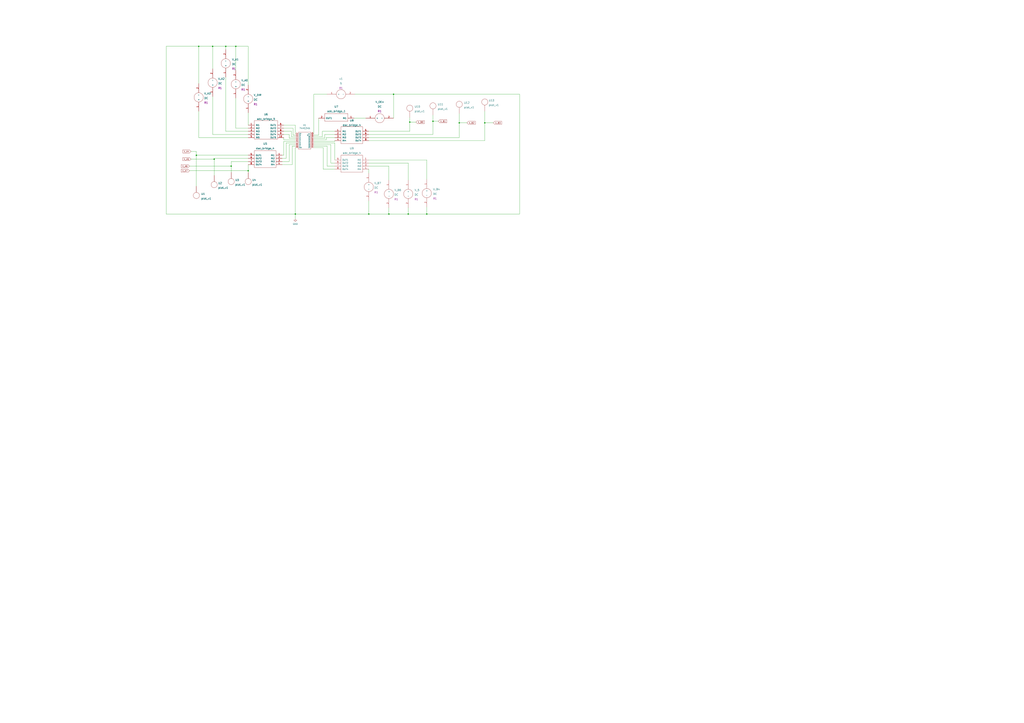
<source format=kicad_sch>
(kicad_sch (version 20211123) (generator eeschema)
  (paper "A1")
  (lib_symbols
    (symbol "eSim_Hybrid:adc_bridge_1" (pin_names (offset 1.016))
      (property "Reference" "U" (at 0 0 0))
      (property "Value" "adc_bridge_1" (at 0 3.81 0))
      (symbol "adc_bridge_1_0_1"
        (rectangle (start -10.16 5.08) (end 8.89 -1.27))
      )
      (symbol "adc_bridge_1_1_1"
        (pin input line (at -15.24 1.27 0) (length 5.08) (name "IN1") (number "1"))
        (pin output line (at 13.97 1.27 180) (length 5.08) (name "OUT1") (number "2"))
      )
    )
    (symbol "eSim_Hybrid:adc_bridge_4" (pin_names (offset 1.016))
      (property "Reference" "U" (at 0 0 0))
      (property "Value" "adc_bridge_4" (at 0 7.62 0))
      (symbol "adc_bridge_4_0_1"
        (rectangle (start -8.89 8.89) (end 8.89 -5.08))
      )
      (symbol "adc_bridge_4_1_1"
        (pin input line (at -13.97 5.08 0) (length 5.08) (name "IN1") (number "1"))
        (pin input line (at -13.97 2.54 0) (length 5.08) (name "IN2") (number "2"))
        (pin input line (at -13.97 0 0) (length 5.08) (name "IN3") (number "3"))
        (pin input line (at -13.97 -2.54 0) (length 5.08) (name "IN4") (number "4"))
        (pin output line (at 13.97 5.08 180) (length 5.08) (name "OUT1") (number "5"))
        (pin output line (at 13.97 2.54 180) (length 5.08) (name "OUT2") (number "6"))
        (pin output line (at 13.97 0 180) (length 5.08) (name "OUT3") (number "7"))
        (pin output line (at 13.97 -2.54 180) (length 5.08) (name "OUT4") (number "8"))
      )
    )
    (symbol "eSim_Hybrid:adc_bridge_5" (pin_names (offset 1.016))
      (property "Reference" "U" (at 0 0 0))
      (property "Value" "adc_bridge_5" (at 0 3.81 0))
      (symbol "adc_bridge_5_0_1"
        (rectangle (start -10.16 5.08) (end 8.89 -10.16))
      )
      (symbol "adc_bridge_5_1_1"
        (pin input line (at -15.24 1.27 0) (length 5.08) (name "IN1") (number "1"))
        (pin output line (at 13.97 -8.89 180) (length 5.08) (name "OUT5") (number "10"))
        (pin input line (at -15.24 -1.27 0) (length 5.08) (name "IN2") (number "2"))
        (pin input line (at -15.24 -3.81 0) (length 5.08) (name "IN3") (number "3"))
        (pin input line (at -15.24 -6.35 0) (length 5.08) (name "IN4") (number "4"))
        (pin input line (at -15.24 -8.89 0) (length 5.08) (name "IN5") (number "5"))
        (pin output line (at 13.97 1.27 180) (length 5.08) (name "OUT1") (number "6"))
        (pin output line (at 13.97 -1.27 180) (length 5.08) (name "OUT2") (number "7"))
        (pin output line (at 13.97 -3.81 180) (length 5.08) (name "OUT3") (number "8"))
        (pin output line (at 13.97 -6.35 180) (length 5.08) (name "OUT4") (number "9"))
      )
    )
    (symbol "eSim_Hybrid:dac_bridge_4" (pin_names (offset 1.016))
      (property "Reference" "U" (at 0 0 0))
      (property "Value" "dac_bridge_4" (at 0 7.62 0))
      (symbol "dac_bridge_4_0_1"
        (rectangle (start -8.89 8.89) (end 8.89 -5.08))
      )
      (symbol "dac_bridge_4_1_1"
        (pin input line (at -13.97 5.08 0) (length 5.08) (name "IN1") (number "1"))
        (pin input line (at -13.97 2.54 0) (length 5.08) (name "IN2") (number "2"))
        (pin input line (at -13.97 0 0) (length 5.08) (name "IN3") (number "3"))
        (pin input line (at -13.97 -2.54 0) (length 5.08) (name "IN4") (number "4"))
        (pin output line (at 13.97 5.08 180) (length 5.08) (name "OUT1") (number "5"))
        (pin output line (at 13.97 2.54 180) (length 5.08) (name "OUT2") (number "6"))
        (pin output line (at 13.97 0 180) (length 5.08) (name "OUT3") (number "7"))
        (pin output line (at 13.97 -2.54 180) (length 5.08) (name "OUT4") (number "8"))
      )
    )
    (symbol "eSim_Plot:plot_v1" (pin_names (offset 1.016))
      (property "Reference" "U" (at 0 12.7 0))
      (property "Value" "plot_v1" (at 5.08 8.89 0))
      (symbol "plot_v1_0_1"
        (circle (center 0 12.7) (radius 2.54))
      )
      (symbol "plot_v1_1_1"
        (pin input line (at 0 5.08 90) (length 5.08) (name "~") (number "~"))
      )
    )
    (symbol "eSim_Power:eSim_GND" (power) (pin_names (offset 0))
      (property "Value" "eSim_GND" (at 0 -3.81 0))
      (symbol "eSim_GND_0_1"
        (polyline (pts (xy 0 0) (xy 0 -1.27) (xy 1.27 -1.27) (xy 0 -2.54) (xy -1.27 -1.27) (xy 0 -1.27)))
      )
      (symbol "eSim_GND_1_1"
        (pin power_in line (at 0 0 270) (length 0) hide (name "GND") (number "1"))
      )
    )
    (symbol "eSim_Sources:DC" (pin_names (offset 1.016))
      (property "Reference" "v" (at -5.08 2.54 0))
      (property "Value" "DC" (at -5.08 -1.27 0))
      (property "Footprint" "R1" (at -7.62 0 0))
      (symbol "DC_0_1"
        (circle (center 0 0) (radius 3.81))
      )
      (symbol "DC_1_1"
        (pin power_out line (at 0 11.43 270) (length 7.62) (name "+") (number "1"))
        (pin bidirectional line (at 0 -11.43 90) (length 7.62) (name "-") (number "2"))
      )
    )
    (symbol "eSim_Subckt:74HC245"
      (property "Reference" "X" (at 0 -10.16 0))
      (property "Value" "74HC245" (at 0 6.35 0))
      (symbol "74HC245_0_1"
        (rectangle (start -5.08 5.08) (end 5.08 -8.89))
      )
      (symbol "74HC245_1_1"
        (pin input line (at -7.62 3.81 0) (length 2.54) (name "DIR") (number "1"))
        (pin power_in line (at -7.62 -7.62 0) (length 2.54) (name "GND") (number "10"))
        (pin bidirectional line (at 7.62 -7.62 180) (length 2.54) (name "B7") (number "11"))
        (pin bidirectional line (at 7.62 -6.35 180) (length 2.54) (name "B6") (number "12"))
        (pin bidirectional line (at 7.62 -5.08 180) (length 2.54) (name "B5") (number "13"))
        (pin bidirectional line (at 7.62 -3.81 180) (length 2.54) (name "B4") (number "14"))
        (pin bidirectional line (at 7.62 -2.54 180) (length 2.54) (name "B3") (number "15"))
        (pin bidirectional line (at 7.62 -1.27 180) (length 2.54) (name "B2") (number "16"))
        (pin bidirectional line (at 7.62 0 180) (length 2.54) (name "B1") (number "17"))
        (pin bidirectional line (at 7.62 1.27 180) (length 2.54) (name "B0") (number "18"))
        (pin input line (at 7.62 2.54 180) (length 2.54) (name "OE_n") (number "19"))
        (pin bidirectional line (at -7.62 2.54 0) (length 2.54) (name "A0") (number "2"))
        (pin power_in line (at 7.62 3.81 180) (length 2.54) (name "vcc") (number "20"))
        (pin bidirectional line (at -7.62 1.27 0) (length 2.54) (name "A1") (number "3"))
        (pin bidirectional line (at -7.62 0 0) (length 2.54) (name "A2") (number "4"))
        (pin bidirectional line (at -7.62 -1.27 0) (length 2.54) (name "A3") (number "5"))
        (pin bidirectional line (at -7.62 -2.54 0) (length 2.54) (name "A4") (number "6"))
        (pin bidirectional line (at -7.62 -3.81 0) (length 2.54) (name "A5") (number "7"))
        (pin bidirectional line (at -7.62 -5.08 0) (length 2.54) (name "A6") (number "8"))
        (pin bidirectional line (at -7.62 -6.35 0) (length 2.54) (name "A7") (number "9"))
      )
    )
  )
  (junction (at 203.835 140.335))
  (junction (at 350.52 175.895))
  (junction (at 174.625 38.1))
  (junction (at 175.895 130.81))
  (junction (at 193.675 38.1))
  (junction (at 189.865 136.525))
  (junction (at 335.28 175.895))
  (junction (at 302.895 175.895))
  (junction (at 336.55 100.33))
  (junction (at 163.195 38.1))
  (junction (at 377.19 100.965))
  (junction (at 319.405 175.895))
  (junction (at 398.145 100.965))
  (junction (at 242.57 175.895))
  (junction (at 323.215 77.47))
  (junction (at 161.29 127.635))
  (junction (at 185.42 38.1))
  (junction (at 355.6 99.695))
  (wire (pts (xy 237.49 110.49) (xy 237.49 113.665)))
  (wire (pts (xy 136.525 175.895) (xy 242.57 175.895)))
  (wire (pts (xy 355.6 99.695) (xy 360.045 99.695)))
  (wire (pts (xy 267.97 114.935) (xy 267.97 113.03)))
  (wire (pts (xy 231.775 127.635) (xy 233.045 127.635)))
  (wire (pts (xy 302.895 110.49) (xy 355.6 110.49)))
  (wire (pts (xy 231.775 135.255) (xy 240.03 135.255)))
  (wire (pts (xy 350.52 170.18) (xy 350.52 175.895)))
  (wire (pts (xy 271.78 118.745) (xy 271.78 133.985)))
  (wire (pts (xy 163.195 91.44) (xy 163.195 113.03)))
  (wire (pts (xy 336.55 100.33) (xy 341.63 100.33)))
  (wire (pts (xy 335.28 170.815) (xy 335.28 175.895)))
  (wire (pts (xy 203.835 38.1) (xy 203.835 69.85)))
  (wire (pts (xy 336.55 100.33) (xy 336.55 107.95)))
  (wire (pts (xy 242.57 121.285) (xy 242.57 175.895)))
  (wire (pts (xy 377.19 100.965) (xy 377.19 113.03)))
  (wire (pts (xy 203.835 130.175) (xy 175.895 130.175)))
  (wire (pts (xy 350.52 131.445) (xy 350.52 147.32)))
  (wire (pts (xy 193.675 38.1) (xy 193.675 57.785)))
  (wire (pts (xy 156.845 130.81) (xy 175.895 130.81)))
  (wire (pts (xy 266.7 113.665) (xy 266.7 110.49)))
  (wire (pts (xy 185.42 38.1) (xy 193.675 38.1)))
  (wire (pts (xy 233.045 105.41) (xy 240.665 105.41)))
  (wire (pts (xy 257.81 117.475) (xy 274.955 117.475)))
  (wire (pts (xy 163.195 38.1) (xy 174.625 38.1)))
  (wire (pts (xy 350.52 175.895) (xy 335.28 175.895)))
  (wire (pts (xy 193.675 38.1) (xy 203.835 38.1)))
  (wire (pts (xy 163.195 38.1) (xy 136.525 38.1)))
  (wire (pts (xy 302.895 113.03) (xy 377.19 113.03)))
  (wire (pts (xy 426.72 175.895) (xy 350.52 175.895)))
  (wire (pts (xy 274.955 117.475) (xy 274.955 131.445)))
  (wire (pts (xy 233.045 102.87) (xy 242.57 102.87)))
  (wire (pts (xy 271.78 133.985) (xy 274.955 133.985)))
  (wire (pts (xy 268.605 120.015) (xy 268.605 136.525)))
  (wire (pts (xy 240.665 111.125) (xy 242.57 111.125)))
  (wire (pts (xy 203.835 132.715) (xy 189.865 132.715)))
  (wire (pts (xy 355.6 99.695) (xy 355.6 110.49)))
  (wire (pts (xy 242.57 102.87) (xy 242.57 109.855)))
  (wire (pts (xy 261.62 97.155) (xy 261.62 111.125)))
  (wire (pts (xy 203.835 140.335) (xy 203.835 141.605)))
  (wire (pts (xy 203.835 105.41) (xy 193.675 105.41)))
  (wire (pts (xy 174.625 38.1) (xy 174.625 56.515)))
  (wire (pts (xy 398.145 100.965) (xy 398.145 115.57)))
  (wire (pts (xy 136.525 38.1) (xy 136.525 175.895)))
  (wire (pts (xy 239.395 112.395) (xy 242.57 112.395)))
  (wire (pts (xy 291.465 77.47) (xy 323.215 77.47)))
  (wire (pts (xy 175.895 130.81) (xy 175.895 144.145)))
  (wire (pts (xy 203.835 127.635) (xy 161.29 127.635)))
  (wire (pts (xy 257.81 77.47) (xy 257.81 109.855)))
  (wire (pts (xy 257.81 120.015) (xy 268.605 120.015)))
  (wire (pts (xy 155.575 136.525) (xy 189.865 136.525)))
  (wire (pts (xy 319.405 136.525) (xy 319.405 147.955)))
  (wire (pts (xy 239.395 107.95) (xy 239.395 112.395)))
  (wire (pts (xy 240.03 120.015) (xy 240.03 135.255)))
  (wire (pts (xy 189.865 136.525) (xy 189.865 141.605)))
  (wire (pts (xy 203.835 113.03) (xy 163.195 113.03)))
  (wire (pts (xy 268.605 77.47) (xy 257.81 77.47)))
  (wire (pts (xy 265.43 139.065) (xy 274.955 139.065)))
  (wire (pts (xy 155.575 140.335) (xy 203.835 140.335)))
  (wire (pts (xy 185.42 63.5) (xy 185.42 107.95)))
  (wire (pts (xy 290.83 97.155) (xy 300.355 97.155)))
  (wire (pts (xy 377.19 93.345) (xy 377.19 100.965)))
  (wire (pts (xy 237.49 118.745) (xy 237.49 132.715)))
  (wire (pts (xy 274.955 116.205) (xy 274.955 115.57)))
  (wire (pts (xy 323.215 77.47) (xy 426.72 77.47)))
  (wire (pts (xy 302.895 131.445) (xy 350.52 131.445)))
  (wire (pts (xy 302.895 165.1) (xy 302.895 175.895)))
  (wire (pts (xy 189.865 132.715) (xy 189.865 136.525)))
  (wire (pts (xy 264.795 112.395) (xy 264.795 107.95)))
  (wire (pts (xy 233.045 114.935) (xy 242.57 114.935)))
  (wire (pts (xy 319.405 175.895) (xy 302.895 175.895)))
  (wire (pts (xy 257.81 121.285) (xy 265.43 121.285)))
  (wire (pts (xy 257.81 118.745) (xy 271.78 118.745)))
  (wire (pts (xy 398.145 91.44) (xy 398.145 100.965)))
  (wire (pts (xy 257.81 111.125) (xy 261.62 111.125)))
  (wire (pts (xy 237.49 118.745) (xy 242.57 118.745)))
  (wire (pts (xy 257.81 114.935) (xy 267.97 114.935)))
  (wire (pts (xy 302.895 139.065) (xy 302.895 142.24)))
  (wire (pts (xy 426.72 77.47) (xy 426.72 175.895)))
  (wire (pts (xy 240.665 105.41) (xy 240.665 111.125)))
  (wire (pts (xy 302.895 136.525) (xy 319.405 136.525)))
  (wire (pts (xy 302.895 133.985) (xy 335.28 133.985)))
  (wire (pts (xy 257.81 113.665) (xy 266.7 113.665)))
  (wire (pts (xy 234.95 117.475) (xy 234.95 130.175)))
  (wire (pts (xy 242.57 175.895) (xy 242.57 179.705)))
  (wire (pts (xy 174.625 38.1) (xy 185.42 38.1)))
  (wire (pts (xy 233.045 127.635) (xy 233.045 116.205)))
  (wire (pts (xy 185.42 38.1) (xy 185.42 40.64)))
  (wire (pts (xy 264.795 107.95) (xy 274.955 107.95)))
  (wire (pts (xy 377.19 100.965) (xy 383.54 100.965)))
  (wire (pts (xy 233.045 107.95) (xy 239.395 107.95)))
  (wire (pts (xy 265.43 121.285) (xy 265.43 139.065)))
  (wire (pts (xy 240.03 120.015) (xy 242.57 120.015)))
  (wire (pts (xy 335.28 175.895) (xy 319.405 175.895)))
  (wire (pts (xy 268.605 136.525) (xy 274.955 136.525)))
  (wire (pts (xy 231.775 130.175) (xy 234.95 130.175)))
  (wire (pts (xy 175.895 130.175) (xy 175.895 130.81)))
  (wire (pts (xy 405.13 100.965) (xy 398.145 100.965)))
  (wire (pts (xy 161.29 124.46) (xy 161.29 127.635)))
  (wire (pts (xy 319.405 170.815) (xy 319.405 175.895)))
  (wire (pts (xy 237.49 113.665) (xy 242.57 113.665)))
  (wire (pts (xy 355.6 94.615) (xy 355.6 99.695)))
  (wire (pts (xy 302.895 175.895) (xy 242.57 175.895)))
  (wire (pts (xy 335.28 133.985) (xy 335.28 147.955)))
  (wire (pts (xy 174.625 79.375) (xy 174.625 110.49)))
  (wire (pts (xy 193.675 80.645) (xy 193.675 105.41)))
  (wire (pts (xy 242.57 117.475) (xy 234.95 117.475)))
  (wire (pts (xy 231.775 132.715) (xy 237.49 132.715)))
  (wire (pts (xy 203.835 107.95) (xy 185.42 107.95)))
  (wire (pts (xy 203.835 110.49) (xy 174.625 110.49)))
  (wire (pts (xy 233.045 113.03) (xy 233.045 114.935)))
  (wire (pts (xy 336.55 96.52) (xy 336.55 100.33)))
  (wire (pts (xy 156.845 124.46) (xy 161.29 124.46)))
  (wire (pts (xy 257.81 112.395) (xy 264.795 112.395)))
  (wire (pts (xy 233.045 110.49) (xy 237.49 110.49)))
  (wire (pts (xy 266.7 110.49) (xy 274.955 110.49)))
  (wire (pts (xy 203.835 92.71) (xy 203.835 102.87)))
  (wire (pts (xy 163.195 68.58) (xy 163.195 38.1)))
  (wire (pts (xy 302.895 107.95) (xy 336.55 107.95)))
  (wire (pts (xy 203.835 135.255) (xy 203.835 140.335)))
  (wire (pts (xy 302.895 115.57) (xy 398.145 115.57)))
  (wire (pts (xy 257.81 116.205) (xy 274.955 116.205)))
  (wire (pts (xy 267.97 113.03) (xy 274.955 113.03)))
  (wire (pts (xy 323.215 77.47) (xy 323.215 97.155)))
  (wire (pts (xy 161.29 127.635) (xy 161.29 153.035)))
  (wire (pts (xy 233.045 116.205) (xy 242.57 116.205)))
  (global_label "V_B2" (shape input) (at 383.54 100.965 0) (property "Intersheet References" "${INTERSHEET_REFS}" (effects hide)))
  (global_label "V_A4" (shape input) (at 156.845 124.46 180) (property "Intersheet References" "${INTERSHEET_REFS}" (effects hide)))
  (global_label "V_A6" (shape input) (at 155.575 136.525 180) (property "Intersheet References" "${INTERSHEET_REFS}" (effects hide)))
  (global_label "V_B3" (shape input) (at 405.13 100.965 0) (property "Intersheet References" "${INTERSHEET_REFS}" (effects hide)))
  (global_label "V_A5" (shape input) (at 156.845 130.81 180) (property "Intersheet References" "${INTERSHEET_REFS}" (effects hide)))
  (global_label "V_B0" (shape input) (at 341.63 100.33 0) (property "Intersheet References" "${INTERSHEET_REFS}" (effects hide)))
  (global_label "V_A7" (shape input) (at 155.575 140.335 180) (property "Intersheet References" "${INTERSHEET_REFS}" (effects hide)))
  (global_label "V_B1" (shape input) (at 360.045 99.695 0) (property "Intersheet References" "${INTERSHEET_REFS}" (effects hide)))
  (symbol (lib_id "eSim_Sources:DC") (at 280.035 77.47 90) (unit 1)
    (property "Reference" "v1" (at 280.035 64.77 90) (effects (font (size 1.524 1.524))))
    (property "Value" "5" (at 280.035 68.58 90) (effects (font (size 1.524 1.524))))
    (property "Footprint" "R1" (at 280.035 72.39 90) (effects (font (size 1.524 1.524))))
  )
  (symbol (lib_id "eSim_Hybrid:adc_bridge_1") (at 275.59 98.425 0) (mirror y) (unit 1)
    (property "Reference" "U7" (at 276.225 87.63 0) (effects (font (size 1.524 1.524))))
    (property "Value" "adc_bridge_1" (at 276.225 91.44 0) (effects (font (size 1.524 1.524))))
  )
  (symbol (lib_id "eSim_Sources:DC") (at 163.195 80.01 180) (unit 1)
    (property "Reference" "V_A3" (at 167.64 76.835 0) (effects (font (size 1.524 1.524)) (justify right)))
    (property "Value" "DC" (at 167.64 80.645 0) (effects (font (size 1.524 1.524)) (justify right)))
    (property "Footprint" "R1" (at 167.64 84.455 0) (effects (font (size 1.524 1.524)) (justify right)))
  )
  (symbol (lib_id "eSim_Plot:plot_v1") (at 189.865 136.525 180) (unit 1)
    (property "Reference" "U3" (at 193.04 147.955 0) (effects (font (size 1.524 1.524)) (justify right)))
    (property "Value" "plot_v1" (at 193.04 151.765 0) (effects (font (size 1.524 1.524)) (justify right)))
  )
  (symbol (lib_id "eSim_Plot:plot_v1") (at 336.55 101.6 0) (unit 1)
    (property "Reference" "U10" (at 340.36 87.63 0) (effects (font (size 1.524 1.524)) (justify left)))
    (property "Value" "plot_v1" (at 340.36 91.44 0) (effects (font (size 1.524 1.524)) (justify left)))
  )
  (symbol (lib_id "eSim_Plot:plot_v1") (at 161.29 147.955 180) (unit 1)
    (property "Reference" "U1" (at 165.1 159.385 0) (effects (font (size 1.524 1.524)) (justify right)))
    (property "Value" "plot_v1" (at 165.1 163.195 0) (effects (font (size 1.524 1.524)) (justify right)))
  )
  (symbol (lib_id "eSim_Sources:DC") (at 185.42 52.07 180) (unit 1)
    (property "Reference" "V_A1" (at 190.5 48.895 0) (effects (font (size 1.524 1.524)) (justify right)))
    (property "Value" "DC" (at 190.5 52.705 0) (effects (font (size 1.524 1.524)) (justify right)))
    (property "Footprint" "R1" (at 190.5 56.515 0) (effects (font (size 1.524 1.524)) (justify right)))
  )
  (symbol (lib_id "eSim_Plot:plot_v1") (at 377.19 98.425 0) (unit 1)
    (property "Reference" "U12" (at 381 84.455 0) (effects (font (size 1.524 1.524)) (justify left)))
    (property "Value" "plot_v1" (at 381 88.265 0) (effects (font (size 1.524 1.524)) (justify left)))
  )
  (symbol (lib_id "eSim_Power:eSim_GND") (at 242.57 179.705 0) (unit 1)
    (property "Reference" "#PWR01" (effects hide))
    (property "Value" "eSim_GND" (at 242.57 184.15 0))
  )
  (symbol (lib_id "eSim_Sources:DC") (at 203.835 81.28 180) (unit 1)
    (property "Reference" "V_DIR" (at 208.28 78.105 0) (effects (font (size 1.524 1.524)) (justify right)))
    (property "Value" "DC" (at 208.28 81.915 0) (effects (font (size 1.524 1.524)) (justify right)))
    (property "Footprint" "R1" (at 208.28 85.725 0) (effects (font (size 1.524 1.524)) (justify right)))
  )
  (symbol (lib_id "eSim_Subckt:74HC245") (at 250.19 113.665 0) (unit 1)
    (property "Reference" "X1" (at 250.19 102.87 0))
    (property "Value" "74HC245" (at 250.19 105.41 0))
  )
  (symbol (lib_id "eSim_Sources:DC") (at 311.785 97.155 90) (unit 1)
    (property "Reference" "V_OEn" (at 311.785 83.82 90) (effects (font (size 1.524 1.524))))
    (property "Value" "DC" (at 311.785 87.63 90) (effects (font (size 1.524 1.524))))
    (property "Footprint" "R1" (at 311.785 91.44 90) (effects (font (size 1.524 1.524))))
  )
  (symbol (lib_id "eSim_Hybrid:dac_bridge_4") (at 217.805 132.715 0) (mirror y) (unit 1)
    (property "Reference" "U5" (at 217.805 118.11 0) (effects (font (size 1.524 1.524))))
    (property "Value" "dac_bridge_4" (at 217.805 121.92 0) (effects (font (size 1.524 1.524))))
  )
  (symbol (lib_id "eSim_Hybrid:adc_bridge_4") (at 288.925 136.525 0) (mirror y) (unit 1)
    (property "Reference" "U9" (at 288.925 121.92 0) (effects (font (size 1.524 1.524))))
    (property "Value" "adc_bridge_4" (at 288.925 125.73 0) (effects (font (size 1.524 1.524))))
  )
  (symbol (lib_id "eSim_Hybrid:adc_bridge_5") (at 219.075 104.14 0) (unit 1)
    (property "Reference" "U6" (at 218.44 93.98 0) (effects (font (size 1.524 1.524))))
    (property "Value" "adc_bridge_5" (at 218.44 97.79 0) (effects (font (size 1.524 1.524))))
  )
  (symbol (lib_id "eSim_Plot:plot_v1") (at 398.145 96.52 0) (unit 1)
    (property "Reference" "U13" (at 401.32 82.55 0) (effects (font (size 1.524 1.524)) (justify left)))
    (property "Value" "plot_v1" (at 401.32 86.36 0) (effects (font (size 1.524 1.524)) (justify left)))
  )
  (symbol (lib_id "eSim_Plot:plot_v1") (at 175.895 139.065 180) (unit 1)
    (property "Reference" "U2" (at 179.07 150.495 0) (effects (font (size 1.524 1.524)) (justify right)))
    (property "Value" "plot_v1" (at 179.07 154.305 0) (effects (font (size 1.524 1.524)) (justify right)))
  )
  (symbol (lib_id "eSim_Sources:DC") (at 335.28 159.385 0) (unit 1)
    (property "Reference" "V_5" (at 340.36 156.21 0) (effects (font (size 1.524 1.524)) (justify left)))
    (property "Value" "DC" (at 340.36 160.02 0) (effects (font (size 1.524 1.524)) (justify left)))
    (property "Footprint" "R1" (at 340.36 163.83 0) (effects (font (size 1.524 1.524)) (justify left)))
  )
  (symbol (lib_id "eSim_Sources:DC") (at 302.895 153.67 0) (unit 1)
    (property "Reference" "V_B7" (at 307.34 150.495 0) (effects (font (size 1.524 1.524)) (justify left)))
    (property "Value" "DC" (at 307.34 154.305 0) (effects (font (size 1.524 1.524)) (justify left)))
    (property "Footprint" "R1" (at 307.34 158.115 0) (effects (font (size 1.524 1.524)) (justify left)))
  )
  (symbol (lib_id "eSim_Sources:DC") (at 174.625 67.945 180) (unit 1)
    (property "Reference" "V_A2" (at 179.07 64.77 0) (effects (font (size 1.524 1.524)) (justify right)))
    (property "Value" "DC" (at 179.07 68.58 0) (effects (font (size 1.524 1.524)) (justify right)))
    (property "Footprint" "R1" (at 179.07 72.39 0) (effects (font (size 1.524 1.524)) (justify right)))
  )
  (symbol (lib_id "eSim_Plot:plot_v1") (at 203.835 136.525 180) (unit 1)
    (property "Reference" "U4" (at 207.01 147.955 0) (effects (font (size 1.524 1.524)) (justify right)))
    (property "Value" "plot_v1" (at 207.01 151.765 0) (effects (font (size 1.524 1.524)) (justify right)))
  )
  (symbol (lib_id "eSim_Hybrid:dac_bridge_4") (at 288.925 113.03 0) (unit 1)
    (property "Reference" "U8" (at 288.925 99.06 0) (effects (font (size 1.524 1.524))))
    (property "Value" "dac_bridge_4" (at 288.925 102.87 0) (effects (font (size 1.524 1.524))))
  )
  (symbol (lib_id "eSim_Sources:DC") (at 193.675 69.215 180) (unit 1)
    (property "Reference" "V_A0" (at 198.12 66.04 0) (effects (font (size 1.524 1.524)) (justify right)))
    (property "Value" "DC" (at 198.12 69.85 0) (effects (font (size 1.524 1.524)) (justify right)))
    (property "Footprint" "R1" (at 198.12 73.66 0) (effects (font (size 1.524 1.524)) (justify right)))
  )
  (symbol (lib_id "eSim_Sources:DC") (at 350.52 158.75 0) (unit 1)
    (property "Reference" "V_B4" (at 355.6 155.575 0) (effects (font (size 1.524 1.524)) (justify left)))
    (property "Value" "DC" (at 355.6 159.385 0) (effects (font (size 1.524 1.524)) (justify left)))
    (property "Footprint" "R1" (at 355.6 163.195 0) (effects (font (size 1.524 1.524)) (justify left)))
  )
  (symbol (lib_id "eSim_Sources:DC") (at 319.405 159.385 0) (unit 1)
    (property "Reference" "V_B6" (at 323.85 156.21 0) (effects (font (size 1.524 1.524)) (justify left)))
    (property "Value" "DC" (at 323.85 160.02 0) (effects (font (size 1.524 1.524)) (justify left)))
    (property "Footprint" "R1" (at 323.85 163.83 0) (effects (font (size 1.524 1.524)) (justify left)))
  )
  (symbol (lib_id "eSim_Plot:plot_v1") (at 355.6 99.695 0) (unit 1)
    (property "Reference" "U11" (at 359.41 85.725 0) (effects (font (size 1.524 1.524)) (justify left)))
    (property "Value" "plot_v1" (at 359.41 89.535 0) (effects (font (size 1.524 1.524)) (justify left)))
  )
)
</source>
